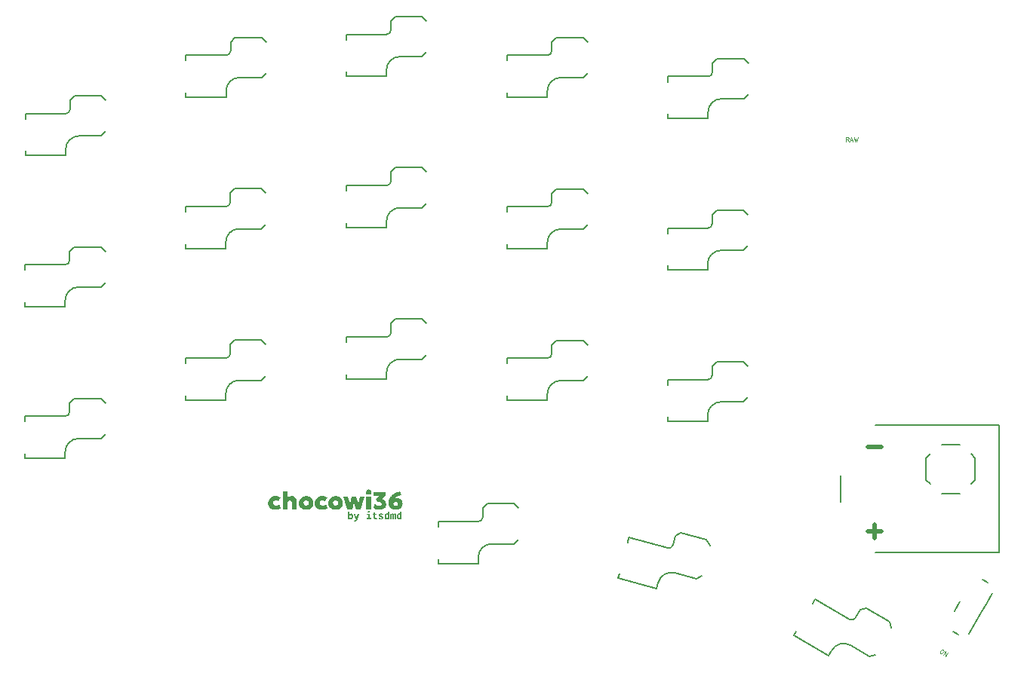
<source format=gbr>
%TF.GenerationSoftware,KiCad,Pcbnew,8.0.6*%
%TF.CreationDate,2024-11-18T14:11:43+07:00*%
%TF.ProjectId,chocowi36,63686f63-6f77-4693-9336-2e6b69636164,rev?*%
%TF.SameCoordinates,Original*%
%TF.FileFunction,Legend,Top*%
%TF.FilePolarity,Positive*%
%FSLAX46Y46*%
G04 Gerber Fmt 4.6, Leading zero omitted, Abs format (unit mm)*
G04 Created by KiCad (PCBNEW 8.0.6) date 2024-11-18 14:11:43*
%MOMM*%
%LPD*%
G01*
G04 APERTURE LIST*
%ADD10C,0.125000*%
%ADD11C,0.150000*%
%ADD12C,0.500000*%
%ADD13C,0.127000*%
%ADD14C,0.200000*%
G04 APERTURE END LIST*
D10*
X181794390Y-119559938D02*
X181876869Y-119607557D01*
X181876869Y-119607557D02*
X181906203Y-119651987D01*
X181906203Y-119651987D02*
X181923633Y-119717035D01*
X181923633Y-119717035D02*
X181896634Y-119811419D01*
X181896634Y-119811419D02*
X181813300Y-119955756D01*
X181813300Y-119955756D02*
X181745062Y-120026330D01*
X181745062Y-120026330D02*
X181680013Y-120043760D01*
X181680013Y-120043760D02*
X181626869Y-120040570D01*
X181626869Y-120040570D02*
X181544390Y-119992951D01*
X181544390Y-119992951D02*
X181515056Y-119948522D01*
X181515056Y-119948522D02*
X181497626Y-119883473D01*
X181497626Y-119883473D02*
X181524625Y-119789090D01*
X181524625Y-119789090D02*
X181607958Y-119644752D01*
X181607958Y-119644752D02*
X181676197Y-119574178D01*
X181676197Y-119574178D02*
X181741246Y-119556749D01*
X181741246Y-119556749D02*
X181794390Y-119559938D01*
X181915544Y-120207237D02*
X182165544Y-119774224D01*
X182165544Y-119774224D02*
X182162980Y-120350094D01*
X182162980Y-120350094D02*
X182412980Y-119917082D01*
G36*
X115264704Y-104380988D02*
G01*
X115292080Y-104350336D01*
X115323945Y-104325743D01*
X115333873Y-104319829D01*
X115370557Y-104304202D01*
X115409485Y-104297325D01*
X115421019Y-104296968D01*
X115462943Y-104300087D01*
X115506141Y-104311609D01*
X115543186Y-104331620D01*
X115574080Y-104360121D01*
X115592380Y-104385677D01*
X115610641Y-104421141D01*
X115625124Y-104461002D01*
X115635829Y-104505258D01*
X115641863Y-104545497D01*
X115645274Y-104588789D01*
X115646113Y-104625621D01*
X115644776Y-104666442D01*
X115639974Y-104710689D01*
X115631679Y-104752372D01*
X115619891Y-104791491D01*
X115618172Y-104796200D01*
X115600447Y-104835871D01*
X115578488Y-104870472D01*
X115552293Y-104900003D01*
X115535911Y-104914219D01*
X115499416Y-104936784D01*
X115462426Y-104949948D01*
X115421511Y-104956341D01*
X115402066Y-104957010D01*
X115362047Y-104953401D01*
X115321097Y-104940438D01*
X115285251Y-104918047D01*
X115254510Y-104886228D01*
X115251026Y-104881588D01*
X115244187Y-104937275D01*
X115083378Y-104937275D01*
X115083378Y-104505258D01*
X115264704Y-104505258D01*
X115264704Y-104765719D01*
X115290370Y-104797329D01*
X115303197Y-104807729D01*
X115339979Y-104821284D01*
X115354390Y-104822188D01*
X115392767Y-104813511D01*
X115423440Y-104787481D01*
X115430789Y-104776856D01*
X115446808Y-104738695D01*
X115454969Y-104697065D01*
X115458486Y-104652198D01*
X115458926Y-104626989D01*
X115457983Y-104586326D01*
X115454270Y-104544099D01*
X115447007Y-104507408D01*
X115431793Y-104469636D01*
X115413790Y-104448399D01*
X115377483Y-104432828D01*
X115363573Y-104431790D01*
X115324617Y-104441118D01*
X115308863Y-104451525D01*
X115281701Y-104479989D01*
X115264704Y-104505258D01*
X115083378Y-104505258D01*
X115083378Y-104072069D01*
X115264704Y-104052921D01*
X115264704Y-104380988D01*
G37*
G36*
X116348556Y-104319243D02*
G01*
X116145150Y-104941965D01*
X116131570Y-104979171D01*
X116112629Y-105020002D01*
X116090803Y-105056670D01*
X116066092Y-105089176D01*
X116038495Y-105117519D01*
X116023615Y-105130129D01*
X115991167Y-105152042D01*
X115954638Y-105169422D01*
X115914029Y-105182268D01*
X115869339Y-105190579D01*
X115828981Y-105194043D01*
X115803406Y-105194609D01*
X115782694Y-105069166D01*
X115821433Y-105063027D01*
X115860070Y-105053449D01*
X115880000Y-105046305D01*
X115915365Y-105027079D01*
X115939791Y-105005077D01*
X115963435Y-104971452D01*
X115979261Y-104939229D01*
X115917125Y-104939229D01*
X115723685Y-104319243D01*
X115915367Y-104319243D01*
X116033776Y-104821797D01*
X116162345Y-104319243D01*
X116348556Y-104319243D01*
G37*
G36*
X117412087Y-103994107D02*
G01*
X117452456Y-104000805D01*
X117487187Y-104022713D01*
X117489072Y-104024588D01*
X117511494Y-104058587D01*
X117518938Y-104097204D01*
X117518968Y-104100011D01*
X117512399Y-104139289D01*
X117490912Y-104174087D01*
X117489072Y-104176019D01*
X117454878Y-104199027D01*
X117415013Y-104206666D01*
X117412087Y-104206696D01*
X117371212Y-104199955D01*
X117336034Y-104177906D01*
X117334125Y-104176019D01*
X117311557Y-104141678D01*
X117304063Y-104102830D01*
X117304034Y-104100011D01*
X117310646Y-104060959D01*
X117332273Y-104026496D01*
X117334125Y-104024588D01*
X117368758Y-104001727D01*
X117409124Y-103994137D01*
X117412087Y-103994107D01*
G37*
G36*
X117521703Y-104319243D02*
G01*
X117521703Y-104806947D01*
X117676846Y-104806947D01*
X117676846Y-104932000D01*
X117167453Y-104932000D01*
X117167453Y-104806947D01*
X117340182Y-104806947D01*
X117340182Y-104444295D01*
X117173120Y-104444295D01*
X117173120Y-104319243D01*
X117521703Y-104319243D01*
G37*
G36*
X118386714Y-104899564D02*
G01*
X118352584Y-104919172D01*
X118315802Y-104934835D01*
X118300349Y-104940206D01*
X118260755Y-104950446D01*
X118221321Y-104955681D01*
X118186825Y-104957010D01*
X118144146Y-104954826D01*
X118099823Y-104946755D01*
X118061391Y-104932738D01*
X118024682Y-104909438D01*
X118009212Y-104894875D01*
X117983908Y-104860937D01*
X117965834Y-104821455D01*
X117955950Y-104782360D01*
X117951601Y-104739021D01*
X117951375Y-104725859D01*
X117951375Y-104444295D01*
X117823197Y-104444295D01*
X117823197Y-104319243D01*
X117951375Y-104319243D01*
X117951375Y-104185593D01*
X118132701Y-104163318D01*
X118132701Y-104319243D01*
X118329268Y-104319243D01*
X118311487Y-104444295D01*
X118132701Y-104444295D01*
X118132701Y-104722146D01*
X118137879Y-104761225D01*
X118153413Y-104787408D01*
X118188920Y-104804199D01*
X118219456Y-104806947D01*
X118259331Y-104803665D01*
X118278270Y-104799327D01*
X118315346Y-104785185D01*
X118326337Y-104779397D01*
X118386714Y-104899564D01*
G37*
G36*
X118770859Y-104822188D02*
G01*
X118811794Y-104818573D01*
X118843936Y-104807729D01*
X118870131Y-104777724D01*
X118871878Y-104764156D01*
X118860936Y-104731134D01*
X118828143Y-104709357D01*
X118818926Y-104705538D01*
X118780531Y-104692202D01*
X118741861Y-104680597D01*
X118727090Y-104676424D01*
X118687132Y-104663943D01*
X118646851Y-104646924D01*
X118611515Y-104626752D01*
X118590705Y-104611553D01*
X118562987Y-104581198D01*
X118545536Y-104543134D01*
X118538606Y-104502286D01*
X118538144Y-104487282D01*
X118542394Y-104447837D01*
X118557335Y-104407723D01*
X118583033Y-104372123D01*
X118606141Y-104350897D01*
X118644011Y-104327303D01*
X118683338Y-104312188D01*
X118721646Y-104303341D01*
X118764200Y-104298285D01*
X118802903Y-104296968D01*
X118842422Y-104298348D01*
X118883727Y-104303200D01*
X118925706Y-104312687D01*
X118945150Y-104319048D01*
X118981405Y-104334011D01*
X119017583Y-104353160D01*
X119049882Y-104375126D01*
X118977586Y-104484351D01*
X118943296Y-104465192D01*
X118906762Y-104449773D01*
X118895911Y-104446054D01*
X118857673Y-104436303D01*
X118816454Y-104431916D01*
X118808179Y-104431790D01*
X118765958Y-104435546D01*
X118729367Y-104454232D01*
X118720838Y-104479271D01*
X118731975Y-104506235D01*
X118766768Y-104526517D01*
X118774180Y-104529487D01*
X118812429Y-104542774D01*
X118850540Y-104554534D01*
X118865039Y-104558796D01*
X118903918Y-104570973D01*
X118942171Y-104585677D01*
X118968012Y-104597680D01*
X119002665Y-104619708D01*
X119031327Y-104649702D01*
X119036009Y-104656494D01*
X119052572Y-104693161D01*
X119059386Y-104731794D01*
X119060238Y-104753605D01*
X119056364Y-104793496D01*
X119043155Y-104832484D01*
X119020573Y-104866347D01*
X118990343Y-104894922D01*
X118957493Y-104916171D01*
X118919528Y-104932917D01*
X118915451Y-104934344D01*
X118877642Y-104945301D01*
X118837855Y-104952672D01*
X118796089Y-104956457D01*
X118772031Y-104957010D01*
X118729069Y-104955398D01*
X118688695Y-104950562D01*
X118646370Y-104941268D01*
X118615716Y-104931218D01*
X118579169Y-104915317D01*
X118542296Y-104894640D01*
X118509354Y-104870796D01*
X118500238Y-104863025D01*
X118591682Y-104757903D01*
X118624594Y-104780252D01*
X118661096Y-104799086D01*
X118672185Y-104803821D01*
X118710244Y-104815713D01*
X118751077Y-104821542D01*
X118770859Y-104822188D01*
G37*
G36*
X119743141Y-104072069D02*
G01*
X119743141Y-104937471D01*
X119582331Y-104937471D01*
X119573148Y-104869473D01*
X119545685Y-104900946D01*
X119513467Y-104926293D01*
X119505737Y-104931218D01*
X119468828Y-104947917D01*
X119429549Y-104955776D01*
X119404327Y-104957010D01*
X119363738Y-104953733D01*
X119323461Y-104942407D01*
X119288259Y-104922989D01*
X119278688Y-104915586D01*
X119250131Y-104886472D01*
X119226497Y-104850908D01*
X119209435Y-104813386D01*
X119204634Y-104799718D01*
X119193948Y-104760920D01*
X119186316Y-104718971D01*
X119182142Y-104679681D01*
X119180305Y-104637979D01*
X119180221Y-104626989D01*
X119367397Y-104626989D01*
X119368356Y-104667369D01*
X119372130Y-104709375D01*
X119379512Y-104745984D01*
X119394920Y-104783866D01*
X119412729Y-104805384D01*
X119449943Y-104821384D01*
X119461773Y-104822188D01*
X119500923Y-104813137D01*
X119517069Y-104803039D01*
X119544841Y-104775341D01*
X119561619Y-104750674D01*
X119561619Y-104484547D01*
X119534450Y-104455598D01*
X119521368Y-104445859D01*
X119483916Y-104432463D01*
X119471933Y-104431790D01*
X119431822Y-104441751D01*
X119401667Y-104469020D01*
X119396120Y-104477122D01*
X119379767Y-104515283D01*
X119371437Y-104556913D01*
X119367846Y-104601780D01*
X119367397Y-104626989D01*
X119180221Y-104626989D01*
X119180210Y-104625621D01*
X119181612Y-104584771D01*
X119186650Y-104540628D01*
X119195351Y-104499195D01*
X119207716Y-104460473D01*
X119209519Y-104455824D01*
X119227999Y-104416593D01*
X119250467Y-104382432D01*
X119276922Y-104353340D01*
X119293343Y-104339369D01*
X119329457Y-104317009D01*
X119369654Y-104302931D01*
X119409322Y-104297341D01*
X119423280Y-104296968D01*
X119462701Y-104300558D01*
X119503196Y-104313181D01*
X119539610Y-104334891D01*
X119561619Y-104354414D01*
X119561619Y-104052921D01*
X119743141Y-104072069D01*
G37*
G36*
X120354139Y-104296968D02*
G01*
X120394766Y-104302001D01*
X120430029Y-104318973D01*
X120450273Y-104339564D01*
X120468183Y-104375013D01*
X120477307Y-104413188D01*
X120481240Y-104454050D01*
X120481731Y-104476926D01*
X120481731Y-104932000D01*
X120326002Y-104932000D01*
X120326002Y-104491581D01*
X120322305Y-104452096D01*
X120319945Y-104445272D01*
X120295520Y-104431790D01*
X120266016Y-104441364D01*
X120238071Y-104469154D01*
X120232408Y-104476926D01*
X120232408Y-104932000D01*
X120104815Y-104932000D01*
X120104815Y-104491581D01*
X120101118Y-104452096D01*
X120098758Y-104445272D01*
X120074334Y-104431790D01*
X120044829Y-104441364D01*
X120016885Y-104469154D01*
X120011222Y-104476926D01*
X120011222Y-104932000D01*
X119853343Y-104932000D01*
X119853343Y-104319243D01*
X119986602Y-104319243D01*
X119998521Y-104375321D01*
X120023766Y-104345097D01*
X120054722Y-104318150D01*
X120056553Y-104316898D01*
X120092988Y-104300783D01*
X120126113Y-104296968D01*
X120165208Y-104303837D01*
X120184927Y-104314554D01*
X120210925Y-104345877D01*
X120219707Y-104369069D01*
X120248675Y-104340053D01*
X120280475Y-104317094D01*
X120317906Y-104301390D01*
X120354139Y-104296968D01*
G37*
G36*
X121120280Y-104072069D02*
G01*
X121120280Y-104937471D01*
X120959470Y-104937471D01*
X120950287Y-104869473D01*
X120922824Y-104900946D01*
X120890606Y-104926293D01*
X120882876Y-104931218D01*
X120845967Y-104947917D01*
X120806688Y-104955776D01*
X120781466Y-104957010D01*
X120740877Y-104953733D01*
X120700600Y-104942407D01*
X120665398Y-104922989D01*
X120655827Y-104915586D01*
X120627270Y-104886472D01*
X120603636Y-104850908D01*
X120586574Y-104813386D01*
X120581773Y-104799718D01*
X120571087Y-104760920D01*
X120563455Y-104718971D01*
X120559281Y-104679681D01*
X120557444Y-104637979D01*
X120557360Y-104626989D01*
X120744536Y-104626989D01*
X120745495Y-104667369D01*
X120749269Y-104709375D01*
X120756651Y-104745984D01*
X120772059Y-104783866D01*
X120789868Y-104805384D01*
X120827081Y-104821384D01*
X120838912Y-104822188D01*
X120878062Y-104813137D01*
X120894208Y-104803039D01*
X120921980Y-104775341D01*
X120938758Y-104750674D01*
X120938758Y-104484547D01*
X120911589Y-104455598D01*
X120898507Y-104445859D01*
X120861055Y-104432463D01*
X120849072Y-104431790D01*
X120808961Y-104441751D01*
X120778806Y-104469020D01*
X120773259Y-104477122D01*
X120756906Y-104515283D01*
X120748576Y-104556913D01*
X120744985Y-104601780D01*
X120744536Y-104626989D01*
X120557360Y-104626989D01*
X120557349Y-104625621D01*
X120558751Y-104584771D01*
X120563789Y-104540628D01*
X120572490Y-104499195D01*
X120584855Y-104460473D01*
X120586658Y-104455824D01*
X120605138Y-104416593D01*
X120627606Y-104382432D01*
X120654061Y-104353340D01*
X120670482Y-104339369D01*
X120706596Y-104317009D01*
X120746793Y-104302931D01*
X120786461Y-104297341D01*
X120800419Y-104296968D01*
X120839840Y-104300558D01*
X120880335Y-104313181D01*
X120916749Y-104334891D01*
X120938758Y-104354414D01*
X120938758Y-104052921D01*
X121120280Y-104072069D01*
G37*
D11*
G36*
X106941800Y-103872009D02*
G01*
X106842387Y-103867194D01*
X106734439Y-103849899D01*
X106632537Y-103820025D01*
X106536679Y-103777572D01*
X106525122Y-103771381D01*
X106437866Y-103716274D01*
X106360258Y-103652069D01*
X106292297Y-103578765D01*
X106233984Y-103496364D01*
X106187181Y-103406330D01*
X106153751Y-103310617D01*
X106133692Y-103209226D01*
X106127006Y-103102156D01*
X106133160Y-103001959D01*
X106154144Y-102897252D01*
X106190021Y-102798318D01*
X106239289Y-102706089D01*
X106300447Y-102622173D01*
X106366364Y-102553098D01*
X106448722Y-102486435D01*
X106539969Y-102430854D01*
X106630635Y-102389944D01*
X106727712Y-102359289D01*
X106829655Y-102339988D01*
X106936463Y-102332041D01*
X106958409Y-102331814D01*
X107065370Y-102336632D01*
X107167656Y-102351086D01*
X107265267Y-102375177D01*
X107284229Y-102381151D01*
X107375724Y-102416213D01*
X107469097Y-102465250D01*
X107554850Y-102525254D01*
X107316957Y-102936559D01*
X107238561Y-102875656D01*
X107165038Y-102838862D01*
X107067087Y-102813166D01*
X106997488Y-102808087D01*
X106898842Y-102817738D01*
X106825541Y-102842281D01*
X106746240Y-102900835D01*
X106716120Y-102942421D01*
X106683796Y-103035729D01*
X106678506Y-103102156D01*
X106692615Y-103204561D01*
X106739364Y-103292664D01*
X106763991Y-103318555D01*
X106851320Y-103371649D01*
X106954847Y-103394328D01*
X107000418Y-103396224D01*
X107100564Y-103386022D01*
X107184578Y-103360076D01*
X107275689Y-103310121D01*
X107353105Y-103247725D01*
X107566085Y-103670265D01*
X107483262Y-103725019D01*
X107392329Y-103772045D01*
X107293287Y-103811344D01*
X107272505Y-103818276D01*
X107168425Y-103846612D01*
X107065013Y-103864453D01*
X106962269Y-103871799D01*
X106941800Y-103872009D01*
G37*
G36*
X107773691Y-103830000D02*
G01*
X107773691Y-101814019D01*
X108333984Y-101814019D01*
X108333984Y-102718206D01*
X108216259Y-102575568D01*
X108290242Y-102501815D01*
X108373704Y-102438090D01*
X108434612Y-102401179D01*
X108525240Y-102361687D01*
X108623834Y-102338588D01*
X108720377Y-102331814D01*
X108820241Y-102336943D01*
X108922006Y-102354975D01*
X109021936Y-102390238D01*
X109066713Y-102413879D01*
X109153222Y-102476591D01*
X109223338Y-102551886D01*
X109272854Y-102631256D01*
X109312068Y-102726890D01*
X109335004Y-102828411D01*
X109341730Y-102925812D01*
X109341730Y-103830000D01*
X108781926Y-103830000D01*
X108781926Y-103082616D01*
X108767149Y-102983576D01*
X108722819Y-102905296D01*
X108640799Y-102849929D01*
X108554780Y-102835931D01*
X108456503Y-102851318D01*
X108430216Y-102864263D01*
X108363805Y-102936124D01*
X108357432Y-102949748D01*
X108335450Y-103045369D01*
X108333984Y-103082616D01*
X108333984Y-103830000D01*
X107773691Y-103830000D01*
G37*
G36*
X110494835Y-102336839D02*
G01*
X110593063Y-102351916D01*
X110698454Y-102381454D01*
X110796517Y-102424120D01*
X110819888Y-102436838D01*
X110907602Y-102493747D01*
X110985118Y-102559448D01*
X111052438Y-102633942D01*
X111109560Y-102717229D01*
X111155295Y-102806866D01*
X111187962Y-102900900D01*
X111207563Y-102999330D01*
X111214096Y-103102156D01*
X111207054Y-103204485D01*
X111185928Y-103303929D01*
X111154501Y-103391828D01*
X111107862Y-103483568D01*
X111049217Y-103568036D01*
X110985485Y-103638513D01*
X110905074Y-103707144D01*
X110814965Y-103765269D01*
X110724633Y-103808995D01*
X110627404Y-103842225D01*
X110523782Y-103863148D01*
X110425057Y-103871455D01*
X110390998Y-103872009D01*
X110287137Y-103866984D01*
X110188839Y-103851907D01*
X110083311Y-103822369D01*
X109985049Y-103779703D01*
X109961619Y-103766985D01*
X109874088Y-103710107D01*
X109796633Y-103644497D01*
X109729252Y-103570156D01*
X109671947Y-103487083D01*
X109626426Y-103397445D01*
X109593911Y-103303412D01*
X109574402Y-103204982D01*
X109567899Y-103102156D01*
X110111095Y-103102156D01*
X110124183Y-103201267D01*
X110148220Y-103258960D01*
X110211735Y-103335110D01*
X110248848Y-103360565D01*
X110343323Y-103392742D01*
X110390998Y-103396224D01*
X110491538Y-103379370D01*
X110532659Y-103360565D01*
X110607948Y-103297008D01*
X110633775Y-103258960D01*
X110666513Y-103161677D01*
X110670900Y-103102156D01*
X110657984Y-103002809D01*
X110634264Y-102945352D01*
X110571400Y-102868992D01*
X110534124Y-102843747D01*
X110439188Y-102811570D01*
X110390998Y-102808087D01*
X110293224Y-102823445D01*
X110247383Y-102843747D01*
X110172765Y-102907094D01*
X110147243Y-102945352D01*
X110115367Y-103042414D01*
X110111095Y-103102156D01*
X109567899Y-103102156D01*
X109574884Y-102999606D01*
X109595836Y-102900173D01*
X109627006Y-102812484D01*
X109673923Y-102720743D01*
X109732731Y-102636276D01*
X109796511Y-102565799D01*
X109876922Y-102496890D01*
X109967030Y-102438601D01*
X110057362Y-102394829D01*
X110155011Y-102361598D01*
X110258671Y-102340675D01*
X110357105Y-102332368D01*
X110390998Y-102331814D01*
X110494835Y-102336839D01*
G37*
G36*
X112174459Y-103872009D02*
G01*
X112075046Y-103867194D01*
X111967098Y-103849899D01*
X111865196Y-103820025D01*
X111769338Y-103777572D01*
X111757781Y-103771381D01*
X111670525Y-103716274D01*
X111592917Y-103652069D01*
X111524956Y-103578765D01*
X111466643Y-103496364D01*
X111419840Y-103406330D01*
X111386409Y-103310617D01*
X111366351Y-103209226D01*
X111359665Y-103102156D01*
X111365819Y-103001959D01*
X111386803Y-102897252D01*
X111422679Y-102798318D01*
X111471947Y-102706089D01*
X111533106Y-102622173D01*
X111599023Y-102553098D01*
X111681381Y-102486435D01*
X111772628Y-102430854D01*
X111863294Y-102389944D01*
X111960371Y-102359289D01*
X112062313Y-102339988D01*
X112169122Y-102332041D01*
X112191067Y-102331814D01*
X112298029Y-102336632D01*
X112400315Y-102351086D01*
X112497926Y-102375177D01*
X112516887Y-102381151D01*
X112608383Y-102416213D01*
X112701755Y-102465250D01*
X112787509Y-102525254D01*
X112549616Y-102936559D01*
X112471220Y-102875656D01*
X112397697Y-102838862D01*
X112299746Y-102813166D01*
X112230146Y-102808087D01*
X112131501Y-102817738D01*
X112058199Y-102842281D01*
X111978899Y-102900835D01*
X111948779Y-102942421D01*
X111916455Y-103035729D01*
X111911165Y-103102156D01*
X111925274Y-103204561D01*
X111972023Y-103292664D01*
X111996650Y-103318555D01*
X112083978Y-103371649D01*
X112187506Y-103394328D01*
X112233077Y-103396224D01*
X112333223Y-103386022D01*
X112417236Y-103360076D01*
X112508348Y-103310121D01*
X112585764Y-103247725D01*
X112798744Y-103670265D01*
X112715921Y-103725019D01*
X112624988Y-103772045D01*
X112525945Y-103811344D01*
X112505164Y-103818276D01*
X112401084Y-103846612D01*
X112297672Y-103864453D01*
X112194928Y-103871799D01*
X112174459Y-103872009D01*
G37*
G36*
X113796999Y-102336839D02*
G01*
X113895226Y-102351916D01*
X114000617Y-102381454D01*
X114098680Y-102424120D01*
X114122051Y-102436838D01*
X114209765Y-102493747D01*
X114287282Y-102559448D01*
X114354601Y-102633942D01*
X114411723Y-102717229D01*
X114457458Y-102806866D01*
X114490125Y-102900900D01*
X114509726Y-102999330D01*
X114516259Y-103102156D01*
X114509217Y-103204485D01*
X114488091Y-103303929D01*
X114456664Y-103391828D01*
X114410025Y-103483568D01*
X114351380Y-103568036D01*
X114287648Y-103638513D01*
X114207237Y-103707144D01*
X114117128Y-103765269D01*
X114026797Y-103808995D01*
X113929567Y-103842225D01*
X113825945Y-103863148D01*
X113727220Y-103871455D01*
X113693161Y-103872009D01*
X113589300Y-103866984D01*
X113491002Y-103851907D01*
X113385474Y-103822369D01*
X113287212Y-103779703D01*
X113263782Y-103766985D01*
X113176252Y-103710107D01*
X113098796Y-103644497D01*
X113031416Y-103570156D01*
X112974110Y-103487083D01*
X112928589Y-103397445D01*
X112896074Y-103303412D01*
X112876566Y-103204982D01*
X112870063Y-103102156D01*
X113413259Y-103102156D01*
X113426347Y-103201267D01*
X113450384Y-103258960D01*
X113513898Y-103335110D01*
X113551012Y-103360565D01*
X113645486Y-103392742D01*
X113693161Y-103396224D01*
X113793701Y-103379370D01*
X113834822Y-103360565D01*
X113910112Y-103297008D01*
X113935938Y-103258960D01*
X113968676Y-103161677D01*
X113973063Y-103102156D01*
X113960148Y-103002809D01*
X113936427Y-102945352D01*
X113873563Y-102868992D01*
X113836287Y-102843747D01*
X113741351Y-102811570D01*
X113693161Y-102808087D01*
X113595388Y-102823445D01*
X113549546Y-102843747D01*
X113474928Y-102907094D01*
X113449407Y-102945352D01*
X113417530Y-103042414D01*
X113413259Y-103102156D01*
X112870063Y-103102156D01*
X112877047Y-102999606D01*
X112898000Y-102900173D01*
X112929169Y-102812484D01*
X112976086Y-102720743D01*
X113034894Y-102636276D01*
X113098674Y-102565799D01*
X113179085Y-102496890D01*
X113269194Y-102438601D01*
X113359525Y-102394829D01*
X113457175Y-102361598D01*
X113560835Y-102340675D01*
X113659268Y-102332368D01*
X113693161Y-102331814D01*
X113796999Y-102336839D01*
G37*
G36*
X114999372Y-103830000D02*
G01*
X114576343Y-102373824D01*
X115111235Y-102373824D01*
X115298813Y-103188618D01*
X115525471Y-102373824D01*
X116029588Y-102373824D01*
X116253803Y-103188618D01*
X116432589Y-102373824D01*
X116950872Y-102373824D01*
X116527843Y-103830000D01*
X115979274Y-103830000D01*
X115769225Y-103048911D01*
X115547941Y-103830000D01*
X114999372Y-103830000D01*
G37*
G36*
X117135031Y-103830000D02*
G01*
X117135031Y-102373824D01*
X117695324Y-102373824D01*
X117695324Y-103830000D01*
X117135031Y-103830000D01*
G37*
G36*
X117415422Y-102186245D02*
G01*
X117315175Y-102173185D01*
X117220020Y-102129908D01*
X117189253Y-102107110D01*
X117123804Y-102026554D01*
X117095847Y-101931492D01*
X117093510Y-101889734D01*
X117109311Y-101786852D01*
X117161671Y-101698054D01*
X117189253Y-101671870D01*
X117272768Y-101620633D01*
X117367732Y-101595517D01*
X117415422Y-101592735D01*
X117515353Y-101605795D01*
X117610348Y-101649072D01*
X117641102Y-101671870D01*
X117706886Y-101752519D01*
X117734985Y-101847836D01*
X117737334Y-101889734D01*
X117721452Y-101992301D01*
X117668825Y-102080938D01*
X117641102Y-102107110D01*
X117557668Y-102158347D01*
X117462946Y-102183463D01*
X117415422Y-102186245D01*
G37*
G36*
X118613677Y-103872009D02*
G01*
X118512584Y-103867682D01*
X118413001Y-103854699D01*
X118347453Y-103841235D01*
X118246071Y-103812683D01*
X118153074Y-103777037D01*
X118112980Y-103758192D01*
X118025954Y-103705835D01*
X117952756Y-103639490D01*
X118114933Y-103199853D01*
X118188330Y-103274626D01*
X118275405Y-103330997D01*
X118313747Y-103349330D01*
X118410536Y-103382966D01*
X118509660Y-103401079D01*
X118577041Y-103404528D01*
X118676978Y-103393379D01*
X118722610Y-103378639D01*
X118806950Y-103323346D01*
X118821284Y-103306831D01*
X118856386Y-103214775D01*
X118856943Y-103199853D01*
X118833605Y-103101175D01*
X118783182Y-103044515D01*
X118694025Y-103001825D01*
X118596580Y-102989804D01*
X118497515Y-102997025D01*
X118486671Y-102998597D01*
X118388229Y-103018522D01*
X118369923Y-103023510D01*
X118224354Y-102676196D01*
X118669365Y-102320579D01*
X117980600Y-102320579D01*
X117980600Y-101870195D01*
X119291207Y-101870195D01*
X119291207Y-102284431D01*
X118893580Y-102670823D01*
X118995187Y-102695640D01*
X119087024Y-102737103D01*
X119121703Y-102757773D01*
X119204951Y-102823156D01*
X119270347Y-102898821D01*
X119303419Y-102949748D01*
X119344302Y-103039489D01*
X119368214Y-103141467D01*
X119375227Y-103244794D01*
X119367499Y-103343369D01*
X119340785Y-103445645D01*
X119294989Y-103540289D01*
X119277529Y-103567194D01*
X119209523Y-103649655D01*
X119135918Y-103713999D01*
X119050567Y-103768992D01*
X119008862Y-103790432D01*
X118908282Y-103829866D01*
X118811936Y-103854085D01*
X118709057Y-103868106D01*
X118613677Y-103872009D01*
G37*
G36*
X121103000Y-102236559D02*
G01*
X121002901Y-102252443D01*
X120900548Y-102273062D01*
X120828472Y-102290781D01*
X120731294Y-102319469D01*
X120635658Y-102355052D01*
X120603768Y-102368939D01*
X120514932Y-102414105D01*
X120431294Y-102467960D01*
X120426448Y-102471521D01*
X120350753Y-102535449D01*
X120293580Y-102598039D01*
X120388915Y-102568093D01*
X120416678Y-102562379D01*
X120515047Y-102550930D01*
X120548569Y-102550167D01*
X120653704Y-102556658D01*
X120752039Y-102576133D01*
X120853323Y-102612998D01*
X120891486Y-102632233D01*
X120978870Y-102689439D01*
X121053564Y-102758476D01*
X121115569Y-102839343D01*
X121126448Y-102856936D01*
X121171528Y-102950092D01*
X121199911Y-103051262D01*
X121211181Y-103149167D01*
X121211933Y-103183244D01*
X121204033Y-103288712D01*
X121180334Y-103388958D01*
X121155757Y-103452889D01*
X121107328Y-103542419D01*
X121045573Y-103623431D01*
X120996999Y-103672707D01*
X120914498Y-103737576D01*
X120829097Y-103786781D01*
X120752268Y-103819741D01*
X120650846Y-103849499D01*
X120552233Y-103865833D01*
X120447514Y-103871958D01*
X120436706Y-103872009D01*
X120337457Y-103867288D01*
X120230097Y-103850328D01*
X120129209Y-103821034D01*
X120034794Y-103779406D01*
X120023447Y-103773335D01*
X119938084Y-103718930D01*
X119862247Y-103654389D01*
X119795935Y-103579712D01*
X119739148Y-103494898D01*
X119693841Y-103400834D01*
X119661479Y-103298893D01*
X119643536Y-103197411D01*
X120178786Y-103197411D01*
X120199358Y-103293331D01*
X120212491Y-103317090D01*
X120283386Y-103387514D01*
X120304326Y-103399644D01*
X120400589Y-103427579D01*
X120436706Y-103429441D01*
X120534860Y-103414048D01*
X120568597Y-103399644D01*
X120646934Y-103335917D01*
X120660432Y-103317090D01*
X120692953Y-103222008D01*
X120694138Y-103197411D01*
X120673566Y-103101323D01*
X120660432Y-103077732D01*
X120589537Y-103007159D01*
X120568597Y-102995177D01*
X120472793Y-102966784D01*
X120436706Y-102964891D01*
X120338300Y-102980537D01*
X120304326Y-102995177D01*
X120225989Y-103058755D01*
X120212491Y-103077732D01*
X120179971Y-103172664D01*
X120178786Y-103197411D01*
X119643536Y-103197411D01*
X119642062Y-103189076D01*
X119635691Y-103086524D01*
X119635589Y-103071381D01*
X119640311Y-102964685D01*
X119654476Y-102861729D01*
X119678085Y-102762513D01*
X119711137Y-102667037D01*
X119734264Y-102614159D01*
X119781127Y-102524813D01*
X119835376Y-102440143D01*
X119897012Y-102360148D01*
X119966035Y-102284828D01*
X120008793Y-102243886D01*
X120088417Y-102176003D01*
X120173418Y-102113402D01*
X120263795Y-102056083D01*
X120359548Y-102004048D01*
X120416678Y-101976685D01*
X120520018Y-101933181D01*
X120626584Y-101895848D01*
X120720493Y-101868760D01*
X120816773Y-101846206D01*
X120915422Y-101828185D01*
X121103000Y-102236559D01*
G37*
D10*
X171264761Y-62534809D02*
X171098095Y-62296714D01*
X170979047Y-62534809D02*
X170979047Y-62034809D01*
X170979047Y-62034809D02*
X171169523Y-62034809D01*
X171169523Y-62034809D02*
X171217142Y-62058619D01*
X171217142Y-62058619D02*
X171240952Y-62082428D01*
X171240952Y-62082428D02*
X171264761Y-62130047D01*
X171264761Y-62130047D02*
X171264761Y-62201476D01*
X171264761Y-62201476D02*
X171240952Y-62249095D01*
X171240952Y-62249095D02*
X171217142Y-62272904D01*
X171217142Y-62272904D02*
X171169523Y-62296714D01*
X171169523Y-62296714D02*
X170979047Y-62296714D01*
X171455238Y-62391952D02*
X171693333Y-62391952D01*
X171407619Y-62534809D02*
X171574285Y-62034809D01*
X171574285Y-62034809D02*
X171740952Y-62534809D01*
X171859999Y-62034809D02*
X171979047Y-62534809D01*
X171979047Y-62534809D02*
X172074285Y-62177666D01*
X172074285Y-62177666D02*
X172169523Y-62534809D01*
X172169523Y-62534809D02*
X172288571Y-62034809D01*
D12*
X174944862Y-96832666D02*
X173421053Y-96832666D01*
X174944862Y-106282666D02*
X173421053Y-106282666D01*
X174182957Y-105520761D02*
X174182957Y-107044571D01*
D11*
%TO.C,SW2*%
X78910000Y-59380000D02*
X83410000Y-59380000D01*
X78910000Y-59980000D02*
X78910000Y-59380000D01*
X78910000Y-64080000D02*
X78910000Y-63580000D01*
X83410000Y-63380000D02*
X83410000Y-64080000D01*
X83410000Y-64080000D02*
X78910000Y-64080000D01*
X83910000Y-58880000D02*
X83910000Y-57880000D01*
X84410000Y-57380000D02*
X83910000Y-57880000D01*
X87410000Y-57380000D02*
X84410000Y-57380000D01*
X87410000Y-61880000D02*
X84910000Y-61880000D01*
X87910000Y-57880000D02*
X87410000Y-57380000D01*
X87910000Y-61380000D02*
X87410000Y-61880000D01*
X83410000Y-63380000D02*
G75*
G02*
X84910000Y-61880000I1500001J-1D01*
G01*
X83910000Y-58880000D02*
G75*
G02*
X83410000Y-59380000I-500001J1D01*
G01*
%TO.C,SW3*%
X96910000Y-52820000D02*
X101410000Y-52820000D01*
X96910000Y-53420000D02*
X96910000Y-52820000D01*
X96910000Y-57520000D02*
X96910000Y-57020000D01*
X101410000Y-56820000D02*
X101410000Y-57520000D01*
X101410000Y-57520000D02*
X96910000Y-57520000D01*
X101910000Y-52320000D02*
X101910000Y-51320000D01*
X102410000Y-50820000D02*
X101910000Y-51320000D01*
X105410000Y-50820000D02*
X102410000Y-50820000D01*
X105410000Y-55320000D02*
X102910000Y-55320000D01*
X105910000Y-51320000D02*
X105410000Y-50820000D01*
X105910000Y-54820000D02*
X105410000Y-55320000D01*
X101410000Y-56820000D02*
G75*
G02*
X102910000Y-55320000I1500001J-1D01*
G01*
X101910000Y-52320000D02*
G75*
G02*
X101410000Y-52820000I-500001J1D01*
G01*
%TO.C,SW4*%
X114910000Y-50460000D02*
X119410000Y-50460000D01*
X114910000Y-51060000D02*
X114910000Y-50460000D01*
X114910000Y-55160000D02*
X114910000Y-54660000D01*
X119410000Y-54460000D02*
X119410000Y-55160000D01*
X119410000Y-55160000D02*
X114910000Y-55160000D01*
X119910000Y-49960000D02*
X119910000Y-48960000D01*
X120410000Y-48460000D02*
X119910000Y-48960000D01*
X123410000Y-48460000D02*
X120410000Y-48460000D01*
X123410000Y-52960000D02*
X120910000Y-52960000D01*
X123910000Y-48960000D02*
X123410000Y-48460000D01*
X123910000Y-52460000D02*
X123410000Y-52960000D01*
X119410000Y-54460000D02*
G75*
G02*
X120910000Y-52960000I1500001J-1D01*
G01*
X119910000Y-49960000D02*
G75*
G02*
X119410000Y-50460000I-500001J1D01*
G01*
%TO.C,SW5*%
X132954000Y-52820000D02*
X137454000Y-52820000D01*
X132954000Y-53420000D02*
X132954000Y-52820000D01*
X132954000Y-57520000D02*
X132954000Y-57020000D01*
X137454000Y-56820000D02*
X137454000Y-57520000D01*
X137454000Y-57520000D02*
X132954000Y-57520000D01*
X137954000Y-52320000D02*
X137954000Y-51320000D01*
X138454000Y-50820000D02*
X137954000Y-51320000D01*
X141454000Y-50820000D02*
X138454000Y-50820000D01*
X141454000Y-55320000D02*
X138954000Y-55320000D01*
X141954000Y-51320000D02*
X141454000Y-50820000D01*
X141954000Y-54820000D02*
X141454000Y-55320000D01*
X137454000Y-56820000D02*
G75*
G02*
X138954000Y-55320000I1500001J-1D01*
G01*
X137954000Y-52320000D02*
G75*
G02*
X137454000Y-52820000I-500001J1D01*
G01*
%TO.C,SW6*%
X150988000Y-55200000D02*
X155488000Y-55200000D01*
X150988000Y-55800000D02*
X150988000Y-55200000D01*
X150988000Y-59900000D02*
X150988000Y-59400000D01*
X155488000Y-59200000D02*
X155488000Y-59900000D01*
X155488000Y-59900000D02*
X150988000Y-59900000D01*
X155988000Y-54700000D02*
X155988000Y-53700000D01*
X156488000Y-53200000D02*
X155988000Y-53700000D01*
X159488000Y-53200000D02*
X156488000Y-53200000D01*
X159488000Y-57700000D02*
X156988000Y-57700000D01*
X159988000Y-53700000D02*
X159488000Y-53200000D01*
X159988000Y-57200000D02*
X159488000Y-57700000D01*
X155488000Y-59200000D02*
G75*
G02*
X156988000Y-57700000I1500001J-1D01*
G01*
X155988000Y-54700000D02*
G75*
G02*
X155488000Y-55200000I-500001J1D01*
G01*
%TO.C,SW8*%
X78852000Y-76350000D02*
X83352000Y-76350000D01*
X78852000Y-76950000D02*
X78852000Y-76350000D01*
X78852000Y-81050000D02*
X78852000Y-80550000D01*
X83352000Y-80350000D02*
X83352000Y-81050000D01*
X83352000Y-81050000D02*
X78852000Y-81050000D01*
X83852000Y-75850000D02*
X83852000Y-74850000D01*
X84352000Y-74350000D02*
X83852000Y-74850000D01*
X87352000Y-74350000D02*
X84352000Y-74350000D01*
X87352000Y-78850000D02*
X84852000Y-78850000D01*
X87852000Y-74850000D02*
X87352000Y-74350000D01*
X87852000Y-78350000D02*
X87352000Y-78850000D01*
X83352000Y-80350000D02*
G75*
G02*
X84852000Y-78850000I1500001J-1D01*
G01*
X83852000Y-75850000D02*
G75*
G02*
X83352000Y-76350000I-500001J1D01*
G01*
%TO.C,SW9*%
X96870000Y-69810000D02*
X101370000Y-69810000D01*
X96870000Y-70410000D02*
X96870000Y-69810000D01*
X96870000Y-74510000D02*
X96870000Y-74010000D01*
X101370000Y-73810000D02*
X101370000Y-74510000D01*
X101370000Y-74510000D02*
X96870000Y-74510000D01*
X101870000Y-69310000D02*
X101870000Y-68310000D01*
X102370000Y-67810000D02*
X101870000Y-68310000D01*
X105370000Y-67810000D02*
X102370000Y-67810000D01*
X105370000Y-72310000D02*
X102870000Y-72310000D01*
X105870000Y-68310000D02*
X105370000Y-67810000D01*
X105870000Y-71810000D02*
X105370000Y-72310000D01*
X101370000Y-73810000D02*
G75*
G02*
X102870000Y-72310000I1500001J-1D01*
G01*
X101870000Y-69310000D02*
G75*
G02*
X101370000Y-69810000I-500001J1D01*
G01*
%TO.C,SW10*%
X114910000Y-67440000D02*
X119410000Y-67440000D01*
X114910000Y-68040000D02*
X114910000Y-67440000D01*
X114910000Y-72140000D02*
X114910000Y-71640000D01*
X119410000Y-71440000D02*
X119410000Y-72140000D01*
X119410000Y-72140000D02*
X114910000Y-72140000D01*
X119910000Y-66940000D02*
X119910000Y-65940000D01*
X120410000Y-65440000D02*
X119910000Y-65940000D01*
X123410000Y-65440000D02*
X120410000Y-65440000D01*
X123410000Y-69940000D02*
X120910000Y-69940000D01*
X123910000Y-65940000D02*
X123410000Y-65440000D01*
X123910000Y-69440000D02*
X123410000Y-69940000D01*
X119410000Y-71440000D02*
G75*
G02*
X120910000Y-69940000I1500001J-1D01*
G01*
X119910000Y-66940000D02*
G75*
G02*
X119410000Y-67440000I-500001J1D01*
G01*
%TO.C,SW11*%
X132954000Y-69832000D02*
X137454000Y-69832000D01*
X132954000Y-70432000D02*
X132954000Y-69832000D01*
X132954000Y-74532000D02*
X132954000Y-74032000D01*
X137454000Y-73832000D02*
X137454000Y-74532000D01*
X137454000Y-74532000D02*
X132954000Y-74532000D01*
X137954000Y-69332000D02*
X137954000Y-68332000D01*
X138454000Y-67832000D02*
X137954000Y-68332000D01*
X141454000Y-67832000D02*
X138454000Y-67832000D01*
X141454000Y-72332000D02*
X138954000Y-72332000D01*
X141954000Y-68332000D02*
X141454000Y-67832000D01*
X141954000Y-71832000D02*
X141454000Y-72332000D01*
X137454000Y-73832000D02*
G75*
G02*
X138954000Y-72332000I1500001J-1D01*
G01*
X137954000Y-69332000D02*
G75*
G02*
X137454000Y-69832000I-500001J1D01*
G01*
%TO.C,SW12*%
X150940000Y-72240000D02*
X155440000Y-72240000D01*
X150940000Y-72840000D02*
X150940000Y-72240000D01*
X150940000Y-76940000D02*
X150940000Y-76440000D01*
X155440000Y-76240000D02*
X155440000Y-76940000D01*
X155440000Y-76940000D02*
X150940000Y-76940000D01*
X155940000Y-71740000D02*
X155940000Y-70740000D01*
X156440000Y-70240000D02*
X155940000Y-70740000D01*
X159440000Y-70240000D02*
X156440000Y-70240000D01*
X159440000Y-74740000D02*
X156940000Y-74740000D01*
X159940000Y-70740000D02*
X159440000Y-70240000D01*
X159940000Y-74240000D02*
X159440000Y-74740000D01*
X155440000Y-76240000D02*
G75*
G02*
X156940000Y-74740000I1500001J-1D01*
G01*
X155940000Y-71740000D02*
G75*
G02*
X155440000Y-72240000I-500001J1D01*
G01*
%TO.C,SW14*%
X78852000Y-93368000D02*
X83352000Y-93368000D01*
X78852000Y-93968000D02*
X78852000Y-93368000D01*
X78852000Y-98068000D02*
X78852000Y-97568000D01*
X83352000Y-97368000D02*
X83352000Y-98068000D01*
X83352000Y-98068000D02*
X78852000Y-98068000D01*
X83852000Y-92868000D02*
X83852000Y-91868000D01*
X84352000Y-91368000D02*
X83852000Y-91868000D01*
X87352000Y-91368000D02*
X84352000Y-91368000D01*
X87352000Y-95868000D02*
X84852000Y-95868000D01*
X87852000Y-91868000D02*
X87352000Y-91368000D01*
X87852000Y-95368000D02*
X87352000Y-95868000D01*
X83352000Y-97368000D02*
G75*
G02*
X84852000Y-95868000I1500001J-1D01*
G01*
X83852000Y-92868000D02*
G75*
G02*
X83352000Y-93368000I-500001J1D01*
G01*
%TO.C,SW15*%
X96870000Y-86828000D02*
X101370000Y-86828000D01*
X96870000Y-87428000D02*
X96870000Y-86828000D01*
X96870000Y-91528000D02*
X96870000Y-91028000D01*
X101370000Y-90828000D02*
X101370000Y-91528000D01*
X101370000Y-91528000D02*
X96870000Y-91528000D01*
X101870000Y-86328000D02*
X101870000Y-85328000D01*
X102370000Y-84828000D02*
X101870000Y-85328000D01*
X105370000Y-84828000D02*
X102370000Y-84828000D01*
X105370000Y-89328000D02*
X102870000Y-89328000D01*
X105870000Y-85328000D02*
X105370000Y-84828000D01*
X105870000Y-88828000D02*
X105370000Y-89328000D01*
X101370000Y-90828000D02*
G75*
G02*
X102870000Y-89328000I1500001J-1D01*
G01*
X101870000Y-86328000D02*
G75*
G02*
X101370000Y-86828000I-500001J1D01*
G01*
%TO.C,SW16*%
X114910000Y-84458000D02*
X119410000Y-84458000D01*
X114910000Y-85058000D02*
X114910000Y-84458000D01*
X114910000Y-89158000D02*
X114910000Y-88658000D01*
X119410000Y-88458000D02*
X119410000Y-89158000D01*
X119410000Y-89158000D02*
X114910000Y-89158000D01*
X119910000Y-83958000D02*
X119910000Y-82958000D01*
X120410000Y-82458000D02*
X119910000Y-82958000D01*
X123410000Y-82458000D02*
X120410000Y-82458000D01*
X123410000Y-86958000D02*
X120910000Y-86958000D01*
X123910000Y-82958000D02*
X123410000Y-82458000D01*
X123910000Y-86458000D02*
X123410000Y-86958000D01*
X119410000Y-88458000D02*
G75*
G02*
X120910000Y-86958000I1500001J-1D01*
G01*
X119910000Y-83958000D02*
G75*
G02*
X119410000Y-84458000I-500001J1D01*
G01*
%TO.C,SW17*%
X132954000Y-86850000D02*
X137454000Y-86850000D01*
X132954000Y-87450000D02*
X132954000Y-86850000D01*
X132954000Y-91550000D02*
X132954000Y-91050000D01*
X137454000Y-90850000D02*
X137454000Y-91550000D01*
X137454000Y-91550000D02*
X132954000Y-91550000D01*
X137954000Y-86350000D02*
X137954000Y-85350000D01*
X138454000Y-84850000D02*
X137954000Y-85350000D01*
X141454000Y-84850000D02*
X138454000Y-84850000D01*
X141454000Y-89350000D02*
X138954000Y-89350000D01*
X141954000Y-85350000D02*
X141454000Y-84850000D01*
X141954000Y-88850000D02*
X141454000Y-89350000D01*
X137454000Y-90850000D02*
G75*
G02*
X138954000Y-89350000I1500001J-1D01*
G01*
X137954000Y-86350000D02*
G75*
G02*
X137454000Y-86850000I-500001J1D01*
G01*
%TO.C,SW18*%
X150940000Y-89257999D02*
X155440000Y-89258000D01*
X150940000Y-93958000D02*
X150940000Y-93458000D01*
X150940001Y-89858000D02*
X150940000Y-89257999D01*
X155440000Y-93258000D02*
X155440000Y-93958000D01*
X155440000Y-93958000D02*
X150940000Y-93958000D01*
X155940000Y-88758000D02*
X155940000Y-87758000D01*
X156440000Y-87258000D02*
X155940000Y-87758000D01*
X159440000Y-87258000D02*
X156440000Y-87258000D01*
X159440000Y-91758000D02*
X156940000Y-91758000D01*
X159940000Y-87758000D02*
X159440000Y-87258000D01*
X159940000Y-91258000D02*
X159440000Y-91758000D01*
X155440000Y-93258000D02*
G75*
G02*
X156940000Y-91758000I1500001J-1D01*
G01*
X155940000Y-88758000D02*
G75*
G02*
X155440000Y-89258000I-500001J1D01*
G01*
%TO.C,SW20*%
X145380648Y-111540378D02*
X145510057Y-111057415D01*
X146441806Y-107580082D02*
X146597097Y-107000528D01*
X146597097Y-107000528D02*
X150943764Y-108165212D01*
X149727314Y-112705064D02*
X145380648Y-111540378D01*
X149908487Y-112028917D02*
X149727314Y-112705064D01*
X151556136Y-107811659D02*
X151814955Y-106845733D01*
X152427327Y-106492180D02*
X151814955Y-106845733D01*
X154160419Y-111615303D02*
X151745606Y-110968255D01*
X154772792Y-111261750D02*
X154160419Y-111615303D01*
X155325105Y-107268637D02*
X152427327Y-106492180D01*
X155678658Y-107881008D02*
X155325105Y-107268637D01*
X149908487Y-112028917D02*
G75*
G02*
X151745606Y-110968255I1448891J-388229D01*
G01*
X151556136Y-107811659D02*
G75*
G02*
X150943764Y-108165213I-482964J129411D01*
G01*
%TO.C,SW21*%
X165137822Y-117991462D02*
X165387822Y-117558449D01*
X167187822Y-114440758D02*
X167487822Y-113921142D01*
X167487822Y-113921142D02*
X171384937Y-116171142D01*
X169034936Y-120241462D02*
X165137822Y-117991462D01*
X169384936Y-119635244D02*
X169034936Y-120241462D01*
X172067949Y-115988130D02*
X172567949Y-115122104D01*
X173250962Y-114939092D02*
X172567949Y-115122104D01*
X173599038Y-120336206D02*
X171433975Y-119086206D01*
X174282051Y-120153193D02*
X173599038Y-120336206D01*
X175849038Y-116439092D02*
X173250962Y-114939092D01*
X176032051Y-117122104D02*
X175849038Y-116439092D01*
X169384936Y-119635244D02*
G75*
G02*
X171433975Y-119086206I1299039J-750001D01*
G01*
X172067949Y-115988130D02*
G75*
G02*
X171384937Y-116171142I-433012J250001D01*
G01*
%TO.C,SW19*%
X125200000Y-105199999D02*
X129700000Y-105200000D01*
X125200000Y-109900000D02*
X125200000Y-109400000D01*
X125200001Y-105800000D02*
X125200000Y-105199999D01*
X129700000Y-109200000D02*
X129700000Y-109900000D01*
X129700000Y-109900000D02*
X125200000Y-109900000D01*
X130200000Y-104700000D02*
X130200000Y-103700000D01*
X130700000Y-103200000D02*
X130200000Y-103700000D01*
X133700000Y-103200000D02*
X130700000Y-103200000D01*
X133700000Y-107700000D02*
X131200000Y-107700000D01*
X134200000Y-103700000D02*
X133700000Y-103200000D01*
X134200000Y-107200000D02*
X133700000Y-107700000D01*
X129700000Y-109200000D02*
G75*
G02*
X131200000Y-107700000I1500001J-1D01*
G01*
X130200000Y-104700000D02*
G75*
G02*
X129700000Y-105200000I-500001J1D01*
G01*
%TO.C,T1*%
X170350000Y-103000000D02*
X170350000Y-100000000D01*
X174250000Y-108650000D02*
X188150000Y-108650000D01*
X188150000Y-94350000D02*
X174250000Y-94350000D01*
X188150000Y-108650000D02*
X188150000Y-94350000D01*
D13*
%TO.C,SW_POWER1*%
X182946891Y-117546281D02*
X183553109Y-117896281D01*
X183105866Y-115270929D02*
X183755866Y-114145096D01*
X184769134Y-117790064D02*
X186119134Y-115451795D01*
X186119134Y-115451795D02*
X186769134Y-114325962D01*
X186769134Y-114325962D02*
X187419134Y-113200129D01*
X186903109Y-112093911D02*
X186296891Y-111743911D01*
D14*
%TO.C,SW_RST1*%
X179950000Y-100550000D02*
X179950000Y-98050000D01*
X180400000Y-97600000D02*
X179950000Y-98050000D01*
X180400000Y-101000000D02*
X179950000Y-100550000D01*
X181700000Y-96550000D02*
X183700000Y-96550000D01*
X181700000Y-102050000D02*
X183700000Y-102050000D01*
X185000000Y-97600000D02*
X185450000Y-98050000D01*
X185000000Y-101000000D02*
X185450000Y-100550000D01*
X185450000Y-100550000D02*
X185450000Y-98050000D01*
%TD*%
M02*

</source>
